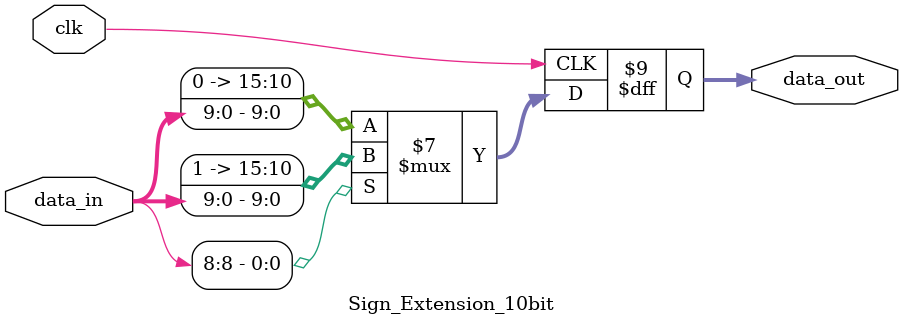
<source format=v>
`timescale 1ns / 1ns

module Sign_Extension_10bit(
  input clk,
  input [9:0]data_in,
  output reg [15:0] data_out
);

always @(posedge clk) begin
  if ( data_in[8] == 1'b1)begin
   data_out<={6'b111111,data_in};
    end else if ( data_in[8] == 1'b0) begin
      data_out<={6'b000000,data_in};
      end else begin
        data_out<=data_in;
  end
end
endmodule

</source>
